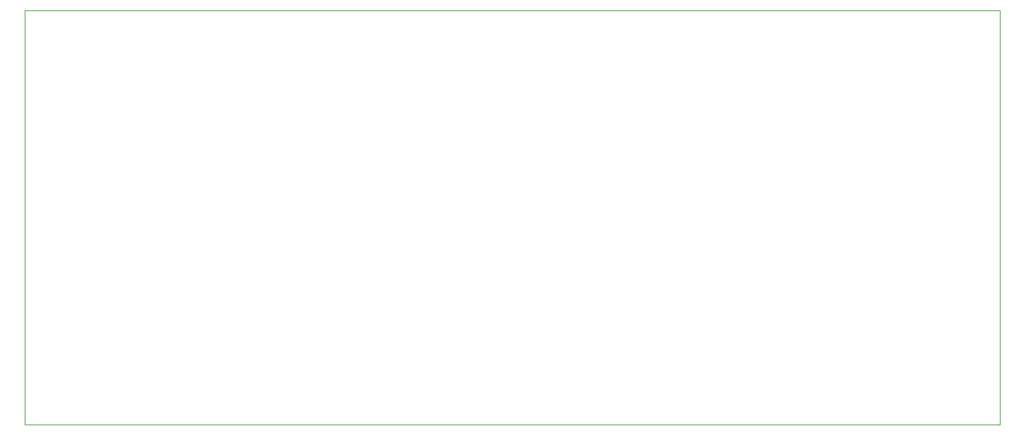
<source format=gm1>
G04 #@! TF.GenerationSoftware,KiCad,Pcbnew,5.1.5+dfsg1-2build2*
G04 #@! TF.CreationDate,2020-11-09T00:10:50+01:00*
G04 #@! TF.ProjectId,motherboard,6d6f7468-6572-4626-9f61-72642e6b6963,rev?*
G04 #@! TF.SameCoordinates,Original*
G04 #@! TF.FileFunction,Profile,NP*
%FSLAX46Y46*%
G04 Gerber Fmt 4.6, Leading zero omitted, Abs format (unit mm)*
G04 Created by KiCad (PCBNEW 5.1.5+dfsg1-2build2) date 2020-11-09 00:10:50*
%MOMM*%
%LPD*%
G04 APERTURE LIST*
%ADD10C,0.050000*%
G04 APERTURE END LIST*
D10*
X-6350000Y-104648000D02*
X120396000Y-104648000D01*
X-6350000Y-50800000D02*
X-6350000Y-104648000D01*
X120396000Y-50800000D02*
X-6350000Y-50800000D01*
X120396000Y-104648000D02*
X120396000Y-50800000D01*
M02*

</source>
